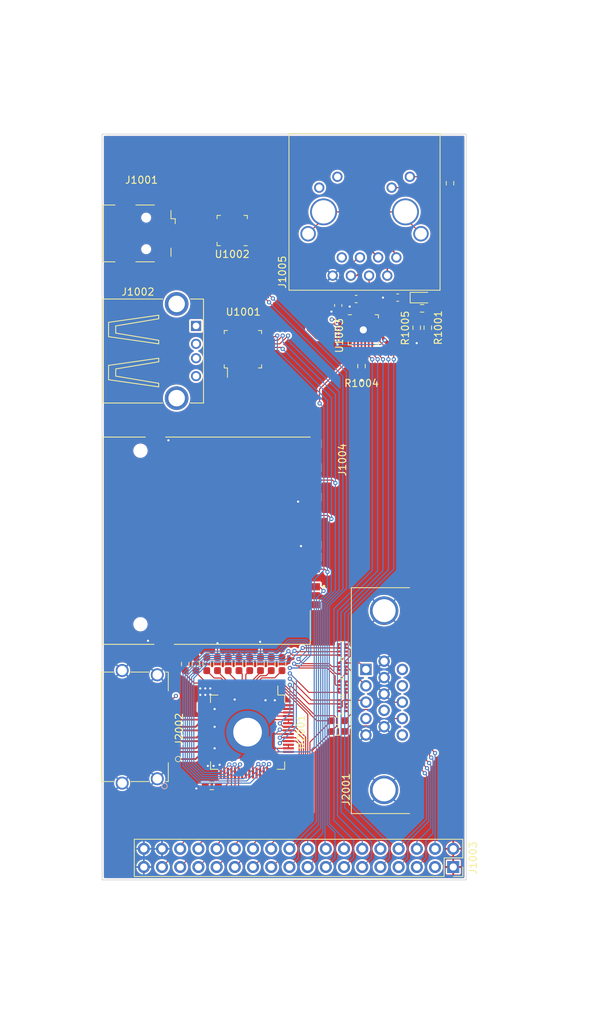
<source format=kicad_pcb>
(kicad_pcb (version 20211014) (generator pcbnew)
  (layers (0 "F.Cu" signal) (31 "B.Cu" signal) (34 "B.Paste" user) (35 "F.Paste" user) (36 "B.SilkS" user "B.Silkscreen") (37 "F.SilkS" user "F.Silkscreen") (38 "B.Mask" user) (39 "F.Mask" user) (44 "Edge.Cuts" user))
  (net 0 "")
  (net 1 "GND")
  (net 6 "/SPI_SD_CS")
  (net 7 "/SPI_MOSI")
  (net 8 "+3V3")
  (net 9 "/SPI_CLK")
  (net 10 "/SPI_MISO")
  (net 11 "/video/VGA_RED")
  (net 12 "/video/VGA_GREEN")
  (net 13 "/video/VGA_BLUE")
  (net 18 "Net-(J2001-Pad13)")
  (net 19 "Net-(J2001-Pad14)")
  (net 21 "Net-(J2002-Pad1)")
  (net 22 "Net-(J2002-Pad3)")
  (net 23 "Net-(J2002-Pad4)")
  (net 24 "Net-(J2002-Pad6)")
  (net 25 "Net-(J2002-Pad7)")
  (net 26 "Net-(J2002-Pad9)")
  (net 27 "Net-(J2002-Pad10)")
  (net 28 "Net-(J2002-Pad12)")
  (net 33 "+5V")
  (net 35 "Net-(R2001-Pad1)")
  (net 36 "Net-(R2004-Pad2)")
  (net 37 "Net-(R2005-Pad2)")
  (net 38 "Net-(R2006-Pad2)")
  (net 39 "Net-(R2007-Pad2)")
  (net 40 "Net-(R2008-Pad2)")
  (net 41 "Net-(R2009-Pad2)")
  (net 42 "Net-(R2010-Pad2)")
  (net 43 "Net-(R2011-Pad2)")
  (net 44 "Net-(R2012-Pad2)")
  (net 45 "Net-(R2013-Pad2)")
  (net 60 "/SPI_USB_CS")
  (net 78 "Net-(U1002-Pad2)")
  (net 96 "/UART_TX")
  (net 97 "/UART_RX")
  (net 101 "+1V2")
  (net 103 "/~{PHY_RST}")
  (net 105 "/SPI_CS_3")
  (net 107 "Net-(C1001-Pad2)")
  (net 108 "Net-(C1002-Pad2)")
  (net 109 "Net-(U1003-Pad23)")
  (net 110 "Net-(U1003-Pad9)")
  (net 121 "unconnected-(J1005-PadSH)")
  (net 124 "Net-(J1005-Pad9)")
  (net 126 "Net-(RN2001-Pad5)")
  (net 128 "Net-(RN2003-Pad7)")
  (net 129 "Net-(RN2004-Pad6)")
  (net 130 "/VGA_RED_2")
  (net 131 "/VGA_RED_1")
  (net 132 "/VGA_RED_0")
  (net 133 "/VGA_GREEN_2")
  (net 134 "/VGA_GREEN_1")
  (net 135 "/VGA_GREEN_0")
  (net 136 "/VGA_BLUE_2")
  (net 137 "/VGA_BLUE_1")
  (net 138 "/DVI_CLK")
  (net 139 "/VGA_BLUE_0")
  (net 140 "/DVI_DE")
  (net 141 "/VGA_HS")
  (net 142 "/VGA_VS")
  (net 143 "/MDIO")
  (net 144 "/MDCLK")
  (net 145 "/RMII_RXD1")
  (net 146 "/RMII_RXD0")
  (net 147 "/RMII_CRS_DV")
  (net 148 "/RMII_CLK_REF")
  (net 149 "/RMII_RX_ERR")
  (net 150 "/RMII_TX_EN")
  (net 151 "/RMII_TXD0")
  (net 152 "/RMII_TXD1")
  (net 153 "/TX+")
  (net 154 "/TX-")
  (net 155 "/RX+")
  (net 156 "/RX-")
  (footprint "Resistor_SMD:R_0603_1608Metric_Pad0.98x0.95mm_HandSolder" (layer "F.Cu") (at 206.45 74.5 90)
    (fp_text reference "R1001")
    (fp_text value "4k7")
  )
  (footprint "Resistor_SMD:R_0603_1608Metric_Pad0.98x0.95mm_HandSolder" (layer "F.Cu") (at 184.6 121.4 -90)
    (fp_text reference "R2010" hide)
    (fp_text value "10k")
  )
  (footprint "Connector_Card:AMPHENOL_10067847-001RLF" (layer "F.Cu") (at 166.35 103.75 -90)
    (fp_text reference "J1004")
    (fp_text value "10067847-001RLF")
  )
  (footprint "Package_DFN_QFN:QFN-24-1EP_4x4mm_P0.5mm_EP2.6x2.6mm" (layer "F.Cu") (at 197.45 74.8)
    (fp_text reference "U1003")
    (fp_text value "KSZ8081RNA")
  )
  (footprint "Resistor_SMD:R_0603_1608Metric_Pad0.98x0.95mm_HandSolder" (layer "F.Cu") (at 174.1 121.4 -90)
    (fp_text reference "R2012" hide)
    (fp_text value "10k")
  )
  (footprint "Resistor_SMD:R_0603_1608Metric_Pad0.98x0.95mm_HandSolder" (layer "F.Cu") (at 193.9 129.3)
    (fp_text reference "R2002" hide)
    (fp_text value "120")
  )
  (footprint "Resistor_SMD:R_0603_1608Metric_Pad0.98x0.95mm_HandSolder" (layer "F.Cu") (at 175.6 121.4 -90)
    (fp_text reference "R2013" hide)
    (fp_text value "10k")
  )
  (footprint "Resistor_SMD:R_Array_Concave_4x0402" (layer "F.Cu") (at 194.5 122)
    (fp_text reference "RN2002" hide)
    (fp_text value "1k")
  )
  (footprint "Package_QFP:HTQFP-64-1EP_10x10mm_P0.5mm_EP8x8mm_Mask4.4x4.4mm_ThermalVias" (layer "F.Cu") (at 181.3 130.9 -90)
    (fp_text reference "U2001")
    (fp_text value "TFP410PAP")
  )
  (footprint "Resistor_SMD:R_0603_1608Metric_Pad0.98x0.95mm_HandSolder" (layer "F.Cu") (at 180.1 121.4 -90)
    (fp_text reference "R2007" hide)
    (fp_text value "10k")
  )
  (footprint "Resistor_SMD:R_0603_1608Metric_Pad0.98x0.95mm_HandSolder" (layer "F.Cu") (at 178.6 121.4 -90)
    (fp_text reference "R2006" hide)
    (fp_text value "10k")
  )
  (footprint "Resistor_SMD:R_0603_1608Metric_Pad0.98x0.95mm_HandSolder" (layer "F.Cu") (at 205.65 71.8 180)
    (fp_text reference "R1002" hide)
    (fp_text value "10k")
  )
  (footprint "Resistor_SMD:R_Array_Concave_4x0402" (layer "F.Cu") (at 194.5 127.2)
    (fp_text reference "RN2004" hide)
    (fp_text value "1k")
  )
  (footprint "Connector_Dsub:ICD15S13E4GX00LF" (layer "F.Cu") (at 200.3545 138.946 90)
    (fp_text reference "J2001")
    (fp_text value "VGA")
  )
  (footprint "Capacitor_SMD:C_0603_1608Metric_Pad1.08x0.95mm_HandSolder" (layer "F.Cu") (at 202.25 70.3 180)
    (fp_text reference "C1003" hide)
    (fp_text value "10u")
  )
  (footprint "Resistor_SMD:R_0603_1608Metric_Pad0.98x0.95mm_HandSolder" (layer "F.Cu") (at 186.1 121.4 -90)
    (fp_text reference "R2011" hide)
    (fp_text value "10k")
  )
  (footprint "Diode_SMD:D_0603_1608Metric_Pad1.05x0.95mm_HandSolder" (layer "F.Cu") (at 205.65 70.3)
    (fp_text reference "D1001" hide)
    (fp_text value "1N4148")
  )
  (footprint "Connector_HDMI:10029449-111RLF" (layer "F.Cu") (at 169.7 134.65 -90)
    (fp_text reference "J2002")
    (fp_text value "HDMI_A" hide)
  )
  (footprint "Resistor_SMD:R_0603_1608Metric_Pad0.98x0.95mm_HandSolder" (layer "F.Cu") (at 181.6 121.4 -90)
    (fp_text reference "R2004" hide)
    (fp_text value "10k")
  )
  (footprint "Resistor_SMD:R_0603_1608Metric_Pad0.98x0.95mm_HandSolder" (layer "F.Cu") (at 209.55 54.35 90)
    (fp_text reference "R1003" hide)
    (fp_text value "220")
  )
  (footprint "Package_DFN_QFN:QFN-24-1EP_4x4mm_P0.5mm_EP2.6x2.6mm" (layer "F.Cu") (at 179.15 60.95 180)
    (fp_text reference "U1002")
    (fp_text value "CP2102N-Axx-xQFN24")
  )
  (footprint "Package_QFP:LQFP-32_5x5mm_P0.5mm" (layer "F.Cu") (at 180.65 77.5 90)
    (fp_text reference "U1001")
    (fp_text value "MAX3421E")
  )
  (footprint "Resistor_SMD:R_0603_1608Metric_Pad0.98x0.95mm_HandSolder" (layer "F.Cu") (at 172.6 121.4 90)
    (fp_text reference "R2001" hide)
    (fp_text value "500")
  )
  (footprint "Connector_USB:USB_Mini-B_Wuerth_65100516121_Horizontal" (layer "F.Cu") (at 167.15 61.35 -90)
    (fp_text reference "J1001")
    (fp_text value "USB_B_Mini")
  )
  (footprint "Connector_USB:FCI_87520-0010BLF" (layer "F.Cu") (at 171.4 77.75 -90)
    (fp_text reference "J1002")
    (fp_text value "USB_A")
  )
  (footprint "Resistor_SMD:R_Array_Concave_4x0402" (layer "F.Cu") (at 194.5 119.4)
    (fp_text reference "RN2001" hide)
    (fp_text value "1k")
  )
  (footprint "Resistor_SMD:R_0603_1608Metric_Pad0.98x0.95mm_HandSolder" (layer "F.Cu") (at 176.3 138.4)
    (fp_text reference "R2005" hide)
    (fp_text value "10k")
  )
  (footprint "Resistor_SMD:R_0603_1608Metric_Pad0.98x0.95mm_HandSolder" (layer "F.Cu") (at 193.9 130.8)
    (fp_text reference "R2003" hide)
    (fp_text value "120")
  )
  (footprint "Capacitor_SMD:C_0603_1608Metric_Pad1.08x0.95mm_HandSolder" (layer "F.Cu") (at 193.95 71.4 90)
    (fp_text reference "C1001" hide)
    (fp_text value "0.1u")
  )
  (footprint "Connector_RJ:JX0011D21NL" (layer "F.Cu") (at 202.065 64.6955)
    (fp_text reference "J1005")
    (fp_text value "JX0011D21NL" hide)
  )
  (footprint "Resistor_SMD:R_0603_1608Metric_Pad0.98x0.95mm_HandSolder" (layer "F.Cu") (at 177.1 121.4 -90)
    (fp_text reference "R2008" hide)
    (fp_text value "10k")
  )
  (footprint "Resistor_SMD:R_0603_1608Metric_Pad0.98x0.95mm_HandSolder" (layer "F.Cu") (at 197.2 79.85 -90)
    (fp_text reference "R1004")
    (fp_text value "6.49k 1%")
  )
  (footprint "Resistor_SMD:R_0603_1608Metric_Pad0.98x0.95mm_HandSolder" (layer "F.Cu") (at 204.9 74.5 -90)
    (fp_text reference "R1005")
    (fp_text value "1k")
  )
  (footprint "Resistor_SMD:R_Array_Concave_4x0402" (layer "F.Cu") (at 194.5 124.6)
    (fp_text reference "RN2003" hide)
    (fp_text value "1k")
  )
  (footprint "Resistor_SMD:R_0603_1608Metric_Pad0.98x0.95mm_HandSolder" (layer "F.Cu") (at 183.1 121.4 -90)
    (fp_text reference "R2009" hide)
    (fp_text value "10k")
  )
  (footprint "Connector_PinSocket_2.54mm:PinSocket_2x18_P2.54mm_Vertical" (layer "F.Cu") (at 210 149.7 -90)
    (fp_text reference "J1003")
    (fp_text value "Conn_02x18_Odd_Even")
  )
  (footprint "Capacitor_SMD:C_0603_1608Metric_Pad1.08x0.95mm_HandSolder" (layer "F.Cu") (at 196.45 70.5)
    (fp_text reference "C1002" hide)
    (fp_text value "0.1u")
  )
  (gr_rect (start 161 151.5) (end 211.8 47.5) (layer "Edge.Cuts") (width 0.1) (fill none))
  (segment (start 197.2 72.8625) (end 197.2 74.55) (width 0.15) (layer "F.Cu") (net 1))
  (segment (start 174.5 138.4) (end 174.15 138.75) (width 0.15) (layer "F.Cu") (net 1))
  (segment (start 183.1 120.4875) (end 186.1 120.4875) (width 0.15) (layer "F.Cu") (net 1))
  (segment (start 195.5875 70.5) (end 195.5875 71.5125) (width 0.15) (layer "F.Cu") (net 1))
  (segment (start 204.9 75.4125) (end 204.9 76.65) (width 0.15) (layer "F.Cu") (net 1))
  (segment (start 169.6 118.2) (end 167.45 118.2) (width 0.15) (layer "F.Cu") (net 1))
  (segment (start 183.1 120.4875) (end 183.1 118.35) (width 0.15) (layer "F.Cu") (net 1))
  (segment (start 184.55 136.6) (end 185.05 136.6) (width 0.15) (layer "F.Cu") (net 1))
  (segment (start 168.4 90.2) (end 170.25 90.2) (width 0.15) (layer "F.Cu") (net 1))
  (segment (start 188.825 104.875) (end 188.75 104.95) (width 0.15) (layer "F.Cu") (net 1))
  (segment (start 187 129.65) (end 187 129.15) (width 0.15) (layer "F.Cu") (net 1))
  (segment (start 195.5875 71.5125) (end 195.55 71.55) (width 0.15) (layer "F.Cu") (net 1))
  (segment (start 187 127.15) (end 185.05 127.15) (width 0.15) (layer "F.Cu") (net 1))
  (segment (start 187 127.65) (end 185.05 127.65) (width 0.15) (layer "F.Cu") (net 1))
  (segment (start 175.6 120.4875) (end 177.1 120.4875) (width 0.15) (layer "F.Cu") (net 1))
  (segment (start 176.699998 128.65) (end 176.7 128.649998) (width 0.15) (layer "F.Cu") (net 1))
  (segment (start 190.6 104.875) (end 188.825 104.875) (width 0.15) (layer "F.Cu") (net 1))
  (segment (start 182.55 136.6) (end 182.05 136.6) (width 0.15) (layer "F.Cu") (net 1))
  (segment (start 175.6 134.65) (end 177.55 134.65) (width 0.15) (layer "F.Cu") (net 1))
  (segment (start 181.55 136.6) (end 181.55 134.65) (width 0.15) (layer "F.Cu") (net 1))
  (segment (start 197.2 80.7625) (end 197.2 81.9) (width 0.15) (layer "F.Cu") (net 1))
  (segment (start 187 132.65) (end 187 133.15) (width 0.15) (layer "F.Cu") (net 1))
  (segment (start 188.925 98.175) (end 188.35 98.75) (width 0.15) (layer "F.Cu") (net 1))
  (segment (start 175.6 127.15) (end 177.55 127.15) (width 0.15) (layer "F.Cu") (net 1))
  (segment (start 177.55 125.2) (end 177.55 127.15) (width 0.15) (layer "F.Cu") (net 1))
  (segment (start 177.1 120.4875) (end 177.1 118.5) (width 0.15) (layer "F.Cu") (net 1))
  (segment (start 178.05 136.6) (end 178.05 134.65) (width 0.15) (layer "F.Cu") (net 1))
  (segment (start 187 129.15) (end 185.05 129.15) (width 0.15) (layer "F.Cu") (net 1))
  (segment (start 201.3875 70.3) (end 200.2 70.3) (width 0.15) (layer "F.Cu") (net 1))
  (segment (start 197.2 74.55) (end 197.45 74.8) (width 0.15) (layer "F.Cu") (net 1))
  (segment (start 175.6 128.65) (end 176.699998 128.65) (width 0.15) (layer "F.Cu") (net 1))
  (segment (start 181.05 136.6) (end 181.05 134.65) (width 0.15) (layer "F.Cu") (net 1))
  (segment (start 175.6 131.65) (end 177.55 131.65) (width 0.15) (layer "F.Cu") (net 1))
  (segment (start 187 133.15) (end 185.05 133.15) (width 0.15) (layer "F.Cu") (net 1))
  (segment (start 185.05 136.6) (end 185.05 134.65) (width 0.15) (layer "F.Cu") (net 1))
  (segment (start 185.05 127.15) (end 181.3 130.9) (width 0.15) (layer "F.Cu") (net 1))
  (segment (start 167.45 118.2) (end 167.4 118.15) (width 0.15) (layer "F.Cu") (net 1))
  (segment (start 190.6 98.175) (end 188.925 98.175) (width 0.15) (layer "F.Cu") (net 1))
  (segment (start 183.1 118.35) (end 183.05 118.3) (width 0.15) (layer "F.Cu") (net 1))
  (segment (start 187 131.15) (end 185.05 131.15) (width 0.15) (layer "F.Cu") (net 1))
  (segment (start 185.05 134.15) (end 187 134.15) (width 0.15) (layer "F.Cu") (net 1))
  (segment (start 182.05 136.6) (end 182.05 134.65) (width 0.15) (layer "F.Cu") (net 1))
  (segment (start 193.95 72.2625) (end 193.0125 72.2625) (width 0.15) (layer "F.Cu") (net 1))
  (segment (start 187 128.65) (end 185.05 128.65) (width 0.15) (layer "F.Cu") (net 1))
  (segment (start 193.0125 72.2625) (end 193 72.25) (width 0.15) (layer "F.Cu") (net 1))
  (segment (start 187 133.65) (end 185.05 133.65) (width 0.15) (layer "F.Cu") (net 1))
  (segment (start 176.7 128.649998) (end 180.049998 128.649998) (width 0.15) (layer "F.Cu") (net 1))
  (segment (start 180.55 136.6) (end 181.05 136.6) (width 0.15) (layer "F.Cu") (net 1))
  (segment (start 187 128.15) (end 185.05 128.15) (width 0.15) (layer "F.Cu") (net 1))
  (segment (start 175.3875 138.4) (end 174.5 138.4) (width 0.15) (layer "F.Cu") (net 1))
  (via (at 188.75 104.95) (size 0.6) (drill 0.3) (layers "F.Cu" "B.Cu") (net 1))
  (via (at 183.05 118.3) (size 0.6) (drill 0.3) (layers "F.Cu" "B.Cu") (net 1))
  (via (at 193 72.25) (size 0.6) (drill 0.3) (layers "F.Cu" "B.Cu") (net 1))
  (via (at 197.2 81.9) (size 0.6) (drill 0.3) (layers "F.Cu" "B.Cu") (net 1))
  (via (at 177.1 118.5) (size 0.6) (drill 0.3) (layers "F.Cu" "B.Cu") (net 1))
  (via (at 195.55 71.55) (size 0.6) (drill 0.3) (layers "F.Cu" "B.Cu") (net 1))
  (via (at 167.4 118.15) (size 0.6) (drill 0.3) (layers "F.Cu" "B.Cu") (net 1))
  (via (at 174.15 138.75) (size 0.6) (drill 0.3) (layers "F.Cu" "B.Cu") (net 1))
  (via (at 197.45 74.8) (size 2) (drill 1) (layers "F.Cu" "B.Cu") (net 1))
  (via (at 204.9 76.65) (size 0.6) (drill 0.3) (layers "F.Cu" "B.Cu") (net 1))
  (via (at 200.2 70.3) (size 0.6) (drill 0.3) (layers "F.Cu" "B.Cu") (net 1))
  (via (at 188.35 98.75) (size 0.6) (drill 0.3) (layers "F.Cu" "B.Cu") (net 1))
  (via (at 170.25 90.2) (size 0.6) (drill 0.3) (layers "F.Cu" "B.Cu") (net 1))
  (segment (start 191.375 110.675) (end 191.9 111.2) (width 0.15) (layer "F.Cu") (net 6))
  (segment (start 190.6 110.675) (end 191.375 110.675) (width 0.15) (layer "F.Cu") (net 6))
  (via (at 191.9 111.2) (size 0.6) (drill 0.3) (layers "F.Cu" "B.Cu") (net 6))
  (segment (start 187.14 147.16) (end 190.9 143.4) (width 0.15) (layer "B.Cu") (net 6))
  (segment (start 190.9 143.4) (end 190.9 112.2) (width 0.15) (layer "B.Cu") (net 6))
  (segment (start 190.9 112.2) (end 191.9 111.2) (width 0.15) (layer "B.Cu") (net 6))
  (segment (start 185.3 75.75) (end 183.825 75.75) (width 0.15) (layer "F.Cu") (net 7))
  (segment (start 185.45 75.6) (end 185.3 75.75) (width 0.15) (layer "F.Cu") (net 7))
  (segment (start 192.45 108.55) (end 192.075 108.175) (width 0.15) (layer "F.Cu") (net 7))
  (segment (start 192.075 108.175) (end 190.6 108.175) (width 0.15) (layer "F.Cu") (net 7))
  (via (at 192.45 108.55) (size 0.6) (drill 0.3) (layers "F.Cu" "B.Cu") (net 7))
  (via (at 185.45 75.6) (size 0.6) (drill 0.3) (layers "F.Cu" "B.Cu") (net 7))
  (segment (start 191.2 143.8) (end 188.4 146.6) (width 0.15) (layer "B.Cu") (net 7))
  (segment (start 185.45 77.65) (end 185.45 75.6) (width 0.15) (layer "B.Cu") (net 7))
  (segment (start 191.2 112.642463) (end 191.2 143.8) (width 0.15) (layer "B.Cu") (net 7))
  (segment (start 188.4 146.6) (end 188.4 148.44) (width 0.15) (layer "B.Cu") (net 7))
  (segment (start 192.425 111.417463) (end 191.2 112.642463) (width 0.15) (layer "B.Cu") (net 7))
  (segment (start 192.45 108.55) (end 192.45 84.65) (width 0.15) (layer "B.Cu") (net 7))
  (segment (start 185.55 77.75) (end 185.45 77.65) (width 0.15) (layer "B.Cu") (net 7))
  (segment (start 192.425 108.575) (end 192.425 111.417463) (width 0.15) (layer "B.Cu") (net 7))
  (segment (start 192.45 108.55) (end 192.425 108.575) (width 0.15) (layer "B.Cu") (net 7))
  (segment (start 192.45 84.65) (end 185.55 77.75) (width 0.15) (layer "B.Cu") (net 7))
  (segment (start 188.4 148.44) (end 187.14 149.7) (width 0.15) (layer "B.Cu") (net 7))
  (segment (start 176.6755 127.65) (end 176.7 127.6745) (width 0.15) (layer "F.Cu") (net 8))
  (segment (start 185.05 126.399998) (end 185.05 125.2) (width 0.15) (layer "F.Cu") (net 8))
  (segment (start 199.75 75.55) (end 200.45 76.25) (width 0.15) (layer "F.Cu") (net 8))
  (segment (start 176.699998 133.15) (end 176.7 133.149998) (width 0.15) (layer "F.Cu") (net 8))
  (segment (start 185.1 126.449998) (end 185.05 126.399998) (width 0.15) (layer "F.Cu") (net 8))
  (segment (start 175.6 133.15) (end 176.699998 133.15) (width 0.15) (layer "F.Cu") (net 8))
  (segment (start 175.6 127.65) (end 176.6755 127.65) (width 0.15) (layer "F.Cu") (net 8))
  (segment (start 177.55 135.599998) (end 177.4 135.449998) (width 0.15) (layer "F.Cu") (net 8))
  (segment (start 179.55 126.299998) (end 179.5 126.349998) (width 0.15) (layer "F.Cu") (net 8))
  (segment (start 199.3875 75.55) (end 199.75 75.55) (width 0.15) (layer "F.Cu") (net 8))
  (segment (start 193.8 74) (end 193.85 74.05) (width 0.15) (layer "F.Cu") (net 8))
  (segment (start 193.85 74.05) (end 195.5125 74.05) (width 0.15) (layer "F.Cu") (net 8))
  (segment (start 177.55 136.6) (end 177.55 135.599998) (width 0.15) (layer "F.Cu") (net 8))
  (segment (start 184.05 126.199998) (end 183.8 126.449998) (width 0.15) (layer "F.Cu") (net 8))
  (segment (start 176.700002 130.15) (end 175.6 130.15) (width 0.15) (layer "F.Cu") (net 8))
  (segment (start 184.05 125.2) (end 184.05 126.199998) (width 0.15) (layer "F.Cu") (net 8))
  (segment (start 179.55 125.2) (end 179.55 126.299998) (width 0.15) (layer "F.Cu") (net 8))
  (via (at 174.7 124.8) (size 0.6) (drill 0.3) (layers "F.Cu" "B.Cu") (net 8))
  (via (at 176.1 124.8) (size 0.6) (drill 0.3) (layers "F.Cu" "B.Cu") (net 8))
  (via (at 179.5 126.349998) (size 0.6) (drill 0.3) (layers "F.Cu" "B.Cu") (net 8))
  (via (at 193.85 76.85) (size 0.6) (drill 0.3) (layers "F.Cu" "B.Cu") (net 8))
  (via (at 176.7 127.6745) (size 0.6) (drill 0.3) (layers "F.Cu" "B.Cu") (net 8))
  (via (at 175.75 135.6) (size 0.6) (drill 0.3) (layers "F.Cu" "B.Cu") (net 8))
  (via (at 176.7 133.149998) (size 0.6) (drill 0.3) (layers "F.Cu" "B.Cu") (net 8))
  (via (at 200.45 76.25) (size 0.6) (drill 0.3) (layers "F.Cu" "B.Cu") (net 8))
  (via (at 193.8 74) (size 0.6) (drill 0.3) (layers "F.Cu" "B.Cu") (net 8))
  (via (at 176.55 135.6) (size 0.6) (drill 0.3) (layers "F.Cu" "B.Cu") (net 8))
  (via (at 174.7 125.7) (size 0.6) (drill 0.3) (layers "F.Cu" "B.Cu") (net 8))
  (via (at 185.1 126.449998) (size 0.6) (drill 0.3) (layers "F.Cu" "B.Cu") (net 8))
  (via (at 175.4 125.7) (size 0.6) (drill 0.3) (layers "F.Cu" "B.Cu") (net 8))
  (via (at 177.4 135.449998) (size 0.6) (drill 0.3) (layers "F.Cu" "B.Cu") (net 8))
  (via (at 183.8 126.449998) (size 0.6) (drill 0.3) (layers "F.Cu" "B.Cu") (net 8))
  (via (at 176.1 125.65) (size 0.6) (drill 0.3) (layers "F.Cu" "B.Cu") (net 8))
  (via (at 176.700002 130.15) (size 0.6) (drill 0.3) (layers "F.Cu" "B.Cu") (net 8))
  (via (at 175.4 124.8) (size 0.6) (drill 0.3) (layers "F.Cu" "B.Cu") (net 8))
  (segment (start 193.8 76.8) (end 193.85 76.85) (width 0.15) (layer "B.Cu") (net 8))
  (segment (start 200.45 76.25) (end 199.85 76.85) (width 0.15) (layer "B.Cu") (net 8))
  (segment (start 193.8 74) (end 193.8 76.8) (width 0.15) (layer "B.Cu") (net 8))
  (segment (start 199.85 76.85) (end 193.85 76.85) (width 0.15) (layer "B.Cu") (net 8))
  (segment (start 193 101.15) (end 192.525 100.675) (width 0.15) (layer "F.Cu") (net 9))
  (segment (start 192.525 100.675) (end 190.6 100.675) (width 0.15) (layer "F.Cu") (net 9))
  (segment (start 186 77.25) (end 183.825 77.25) (width 0.15) (layer "F.Cu") (net 9))
  (segment (start 186.2 77.45) (end 186 77.25) (width 0.15) (layer "F.Cu") (net 9))
  (via (at 186.2 77.45) (size 0.6) (drill 0.3) (layers "F.Cu" "B.Cu") (net 9))
  (via (at 193 101.15) (size 0.6) (drill 0.3) (layers "F.Cu" "B.Cu") (net 9))
  (segment (start 193 84.25) (end 193 101.15) (width 0.15) (layer "B.Cu") (net 9))
  (segment (start 191.5 112.766727) (end 191.5 144.3) (width 0.15) (layer "B.Cu") (net 9))
  (segment (start 192.975 111.291727) (end 191.5 112.766727) (width 0.15) (layer "B.Cu") (net 9))
  (segment (start 193 101.15) (end 192.75 101.4) (width 0.15) (layer "B.Cu") (net 9))
  (segment (start 186.2 77.45) (end 193 84.25) (width 0.15) (layer "B.Cu") (net 9))
  (segment (start 189.68 146.12) (end 189.68 147.16) (width 0.15) (layer "B.Cu") (net 9))
  (segment (start 192.975 108.332537) (end 192.975 111.291727) (width 0.15) (layer "B.Cu") (net 9))
  (segment (start 192.75 108.107537) (end 192.975 108.332537) (width 0.15) (layer "B.Cu") (net 9))
  (segment (start 191.5 144.3) (end 189.68 146.12) (width 0.15) (layer "B.Cu") (net 9))
  (segment (start 192.75 101.4) (end 192.75 108.107537) (width 0.15) (layer "B.Cu") (net 9))
  (segment (start 186.192463 75.6) (end 185.542463 76.25) (width 0.15) (layer "F.Cu") (net 10))
  (segment (start 185.542463 76.25) (end 183.825 76.25) (width 0.15) (layer "F.Cu") (net 10))
  (segment (start 193.15 95.75) (end 190.6 95.75) (width 0.15) (layer "F.Cu") (net 10))
  (segment (start 186.199503 75.6) (end 186.192463 75.6) (width 0.15) (layer "F.Cu") (net 10))
  (segment (start 193.55 96.15) (end 193.15 95.75) (width 0.15) (layer "F.Cu") (net 10))
  (via (at 186.199503 75.6) (size 0.6) (drill 0.3) (layers "F.Cu" "B.Cu") (net 10))
  (via (at 193.55 96.15) (size 0.6) (drill 0.3) (layers "F.Cu" "B.Cu") (net 10))
  (segment (start 186.199503 75.6) (end 186.199503 76.449503) (width 0.15) (layer "B.Cu") (net 10))
  (segment (start 191.8 144.95) (end 190.8 145.95) (width 0.15) (layer "B.Cu") (net 10))
  (segment (start 193.55 111.140991) (end 191.8 112.890991) (width 0.15) (layer "B.Cu") (net 10))
  (segment (start 190.8 145.95) (end 190.8 148.58) (width 0.15) (layer "B.Cu") (net 10))
  (segment (start 193.55 83.8) (end 193.55 96.15) (width 0.15) (layer "B.Cu") (net 10))
  (segment (start 193.55 96.15) (end 193.55 111.140991) (width 0.15) (layer "B.Cu") (net 10))
  (segment (start 191.8 112.890991) (end 191.8 144.95) (width 0.15) (layer "B.Cu") (net 10))
  (segment (start 190.8 148.58) (end 189.68 149.7) (width 0.15) (layer "B.Cu") (net 10))
  (segment (start 186.199503 76.449503) (end 193.55 83.8) (width 0.15) (layer "B.Cu") (net 10))
  (segment (start 197.8145 122.146) (end 196.9185 121.25) (width 0.15) (layer "F.Cu") (net 11))
  (segment (start 195 121.25) (end 195 120.935) (width 0.15) (layer "F.Cu") (net 11))
  (segment (start 196.9185 121.25) (end 195 121.25) (width 0.15) (layer "F.Cu") (net 11))
  (segment (start 195.6 120.335) (end 195.6 119.39) (width 0.15) (layer "F.Cu") (net 11))
  (segment (start 195 118.65) (end 195 119.15) (width 0.15) (layer "F.Cu") (net 11))
  (segment (start 195.6 119.39) (end 195.36 119.15) (width 0.15) (layer "F.Cu") (net 11))
  (segment (start 195 120.935) (end 195.6 120.335) (width 0.15) (layer "F.Cu") (net 11))
  (segment (start 195.36 119.15) (end 195 119.15) (width 0.15) (layer "F.Cu") (net 11))
  (segment (start 194 123.75) (end 195 122.75) (width 0.15) (layer "F.Cu") (net 12))
  (segment (start 195 121.75) (end 195.1335 121.75) (width 0.15) (layer "F.Cu") (net 12))
  (segment (start 195 122.75) (end 195 121.75) (width 0.15) (layer "F.Cu") (net 12))
  (segment (start 194 123.85) (end 194 123.75) (width 0.15) (layer "F.Cu") (net 12))
  (segment (start 195.1335 121.75) (end 197.8145 124.431) (width 0.15) (layer "F.Cu") (net 12))
  (segment (start 194.525 126.575) (end 194.65 126.45) (width 0.15) (layer "F.Cu") (net 13))
  (segment (start 194 127.45) (end 194.4 127.45) (width 0.15) (layer "F.Cu") (net 13))
  (segment (start 194.65 126.45) (end 195 126.45) (width 0.15) (layer "F.Cu") (net 13))
  (segment (start 194.4 127.45) (end 194.525 127.325) (width 0.15) (layer "F.Cu") (net 13))
  (segment (start 197.8145 126.716) (end 197.5485 126.45) (width 0.15) (layer "F.Cu") (net 13))
  (segment (start 194.525 127.325) (end 194.525 126.575) (width 0.15) (layer "F.Cu") (net 13))
  (segment (start 195 124.85) (end 195 126.45) (width 0.15) (layer "F.Cu") (net 13))
  (segment (start 197.5485 126.45) (end 195 126.45) (width 0.15) (layer "F.Cu") (net 13))
  (segment (start 199.984 126.716) (end 202.8945 126.716) (width 0.15) (layer "F.Cu") (net 18))
  (segment (start 196.3715 127.741) (end 198.959 127.741) (width 0.15) (layer "F.Cu") (net 18))
  (segment (start 194.8125 129.3) (end 196.3715 127.741) (width 0.15) (layer "F.Cu") (net 18))
  (segment (start 198.959 127.741) (end 199.984 126.716) (width 0.15) (layer "F.Cu") (net 18))
  (segment (start 195.5865 130.026) (end 199.022431 130.026) (width 0.15) (layer "F.Cu") (net 19))
  (segment (start 199.022431 130.026) (end 200.047431 129.001) (width 0.15) (layer "F.Cu") (net 19))
  (segment (start 200.047431 129.001) (end 202.8945 129.001) (width 0.15) (layer "F.Cu") (net 19))
  (segment (start 194.8125 130.8) (end 195.5865 130.026) (width 0.15) (layer "F.Cu") (net 19))
  (segment (start 174.55 134.15) (end 175.6 134.15) (width 0.25) (layer "F.Cu") (net 21))
  (segment (start 169.7 134.65) (end 174.05 134.65) (width 0.25) (layer "F.Cu") (net 21))
  (segment (start 174.05 134.65) (end 174.55 134.15) (width 0.25) (layer "F.Cu") (net 21))
  (segment (start 169.7 133.649999) (end 175.6 133.65) (width 0.25) (layer "F.Cu") (net 22))
  (segment (start 174.6 132.65) (end 175.6 132.65) (width 0.25) (layer "F.Cu") (net 23))
  (segment (start 174.100002 133.149998) (end 174.6 132.65) (width 0.25) (layer "F.Cu") (net 23))
  (segment (start 169.7 133.149998) (end 174.100002 133.149998) (width 0.25) (layer "F.Cu") (net 23))
  (segment (start 169.7 132.15) (end 175.6 132.15) (width 0.25) (layer "F.Cu") (net 24))
  (segment (start 174.200002 131.649998) (end 174.7 131.15) (width 0.25) (layer "F.Cu") (net 25))
  (segment (start 169.7 131.649998) (end 174.200002 131.649998) (width 0.25) (layer "F.Cu") (net 25))
  (segment (start 174.7 131.15) (end 175.6 131.15) (width 0.25) (layer "F.Cu") (net 25))
  (segment (start 175.599998 130.649998) (end 175.6 130.65) (width 0.25) (layer "F.Cu") (net 26))
  (segment (start 169.7 130.649998) (end 175.599998 130.649998) (width 0.25) (layer "F.Cu") (net 26))
  (segment (start 174.55 129.65) (end 175.6 129.65) (width 0.25) (layer "F.Cu") (net 27))
  (segment (start 174.050001 130.149999) (end 174.55 129.65) (width 0.25) (layer "F.Cu") (net 27))
  (segment (start 169.7 130.149999) (end 174.050001 130.149999) (width 0.25) (layer "F.Cu") (net 27))
  (segment (start 169.7 129.149998) (end 175.599998 129.149998) (width 0.25) (layer "F.Cu") (net 28))
  (segment (start 175.599998 129.149998) (end 175.6 129.15) (width 0.25) (layer "F.Cu") (net 28))
  (segment (start 169.7 126.149999) (end 170.999999 126.149999) (width 0.15) (layer "F.Cu") (net 33))
  (segment (start 170.999999 126.149999) (end 171.3 125.849998) (width 0.15) (layer "F.Cu") (net 33))
  (via (at 171.3 125.849998) (size 0.6) (drill 0.3) (layers "F.Cu" "B.Cu") (net 33))
  (segment (start 174.5 126.9) (end 174.5 127.9) (width 0.15) (layer "F.Cu") (net 35))
  (segment (start 176.9 124.7) (end 176.9 125.95) (width 0.15) (layer "F.Cu") (net 35))
  (segment (start 173.85 124.05) (end 176.25 124.05) (width 0.15) (layer "F.Cu") (net 35))
  (segment (start 174.75 128.15) (end 175.6 128.15) (width 0.15) (layer "F.Cu") (net 35))
  (segment (start 174.85 126.55) (end 174.5 126.9) (width 0.15) (layer "F.Cu") (net 35))
  (segment (start 172.6 122.8) (end 173.85 124.05) (width 0.15) (layer "F.Cu") (net 35))
  (segment (start 176.3 126.55) (end 174.85 126.55) (width 0.15) (layer "F.Cu") (net 35))
  (segment (start 176.25 124.05) (end 176.9 124.7) (width 0.15) (layer "F.Cu") (net 35))
  (segment (start 176.9 125.95) (end 176.3 126.55) (width 0.15) (layer "F.Cu") (net 35))
  (segment (start 174.5 127.9) (end 174.75 128.15) (width 0.15) (layer "F.Cu") (net 35))
  (segment (start 172.6 122.562498) (end 172.6 122.8) (width 0.15) (layer "F.Cu") (net 35))
  (segment (start 181.05 125.2) (end 181.05 122.8625) (width 0.15) (layer "F.Cu") (net 36))
  (segment (start 181.05 122.8625) (end 181.6 122.3125) (width 0.15) (layer "F.Cu") (net 36))
  (segment (start 178.55 136.6) (end 178.55 138.05) (width 0.15) (layer "F.Cu") (net 37))
  (segment (start 178.2 138.4) (end 177.2125 138.4) (width 0.15) (layer "F.Cu") (net 37))
  (segment (start 178.55 138.05) (end 178.2 138.4) (width 0.15) (layer "F.Cu") (net 37))
  (segment (start 180.05 124.012498) (end 178.6 122.562498) (width 0.15) (layer "F.Cu") (net 38))
  (segment (start 180.05 125.2) (end 180.05 124.012498) (width 0.15) (layer "F.Cu") (net 38))
  (segment (start 180.55 125.2) (end 180.55 122.7625) (width 0.15) (layer "F.Cu") (net 39))
  (segment (start 180.55 122.7625) (end 180.1 122.3125) (width 0.15) (layer "F.Cu") (net 39))
  (segment (start 179.05 125.2) (end 179.05 124.375736) (width 0.15) (layer "F.Cu") (net 40))
  (segment (start 179.05 124.375736) (end 177.236762 122.562498) (width 0.15) (layer "F.Cu") (net 40))
  (segment (start 181.55 124.112498) (end 183.1 122.562498) (width 0.15) (layer "F.Cu") (net 41))
  (segment (start 181.55 125.2) (end 181.55 124.112498) (width 0.15) (layer "F.Cu") (net 41))
  (segment (start 182.05 124.05) (end 183.075002 123.025) (width 0.15) (layer "F.Cu") (net 42))
  (segment (start 182.05 125.2) (end 182.05 124.05) (width 0.15) (layer "F.Cu") (net 42))
  (segment (start 183.8875 123.025) (end 184.6 122.3125) (width 0.15) (layer "F.Cu") (net 42))
  (segment (start 183.075002 123.025) (end 183.8875 123.025) (width 0.15) (layer "F.Cu") (net 42))
  (segment (start 183.275002 123.325) (end 185.0875 123.325) (width 0.15) (layer "F.Cu") (net 43))
  (segment (start 182.55 124.05) (end 183.275002 123.325) (width 0.15) (layer "F.Cu") (net 43))
  (segment (start 185.0875 123.325) (end 186.1 122.3125) (width 0.15) (layer "F.Cu") (net 43))
  (segment (start 182.55 125.2) (end 182.55 124.05) (width 0.15) (layer "F.Cu") (net 43))
  (segment (start 177.399998 123.649998) (end 175.1875 123.649998) (width 0.15) (layer "F.Cu") (net 44))
  (segment (start 178.05 125.2) (end 178.05 124.3) (width 0.15) (layer "F.Cu") (net 44))
  (segment (start 178.05 124.3) (end 177.399998 123.649998) (width 0.15) (layer "F.Cu") (net 44))
  (segment (start 175.1875 123.649998) (end 174.1 122.562498) (width 0.15) (layer "F.Cu") (net 44))
  (segment (start 177.599998 123.349998) (end 176.637498 123.349998) (width 0.15) (layer "F.Cu") (net 45))
  (segment (start 178.55 124.3) (end 177.599998 123.349998) (width 0.15) (layer "F.Cu") (net 45))
  (segment (start 176.637498 123.349998) (end 175.6 122.3125) (width 0.15) (layer "F.Cu") (net 45))
  (segment (start 178.55 125.2) (end 178.55 124.3) (width 0.15) (layer "F.Cu") (net 45))
  (segment (start 186.949006 75.6) (end 185.799006 76.75) (width 0.15) (layer "F.Cu") (net 60))
  (segment (start 185.799006 76.75) (end 183.825 76.75) (width 0.15) (layer "F.Cu") (net 60))
  (via (at 186.949006 75.6) (size 0.6) (drill 0.3) (layers "F.Cu" "B.Cu") (net 60))
  (segment (start 192.1 113.015255) (end 192.1 147.04) (width 0.15) (layer "B.Cu") (net 60))
  (segment (start 186.949006 75.6) (end 186.949006 76.299006) (width 0.15) (layer "B.Cu") (net 60))
  (segment (start 194.075 83.425) (end 194.075 111.040255) (width 0.15) (layer "B.Cu") (net 60))
  (segment (start 186.949006 76.299006) (end 194.075 83.425) (width 0.15) (layer "B.Cu") (net 60))
  (segment (start 194.075 111.040255) (end 192.1 113.015255) (width 0.15) (layer "B.Cu") (net 60))
  (segment (start 192.1 147.04) (end 192.22 147.16) (width 0.15) (layer "B.Cu") (net 60))
  (segment (start 184.3 70.95) (end 178.4 65.05) (width 0.15) (layer "F.Cu") (net 96))
  (segment (start 178.4 65.05) (end 178.4 62.8875) (width 0.15) (layer "F.Cu") (net 96))
  (via (at 184.3 70.95) (size 0.6) (drill 0.3) (layers "F.Cu" "B.Cu") (net 96))
  (segment (start 193.5 148.42) (end 193.5 144.9) (width 0.15) (layer "B.Cu") (net 96))
  (segment (start 194.6 110.939519) (end 194.6 81.25) (width 0.15) (layer "B.Cu") (net 96))
  (segment (start 192.4 143.8) (end 192.4 113.139519) (width 0.15) (layer "B.Cu") (net 96))
  (segment (start 192.22 149.7) (end 193.5 148.42) (width 0.15) (layer "B.Cu") (net 96))
  (segment (start 194.6 81.25) (end 184.3 70.95) (width 0.15) (layer "B.Cu") (net 96))
  (segment (start 192.4 113.139519) (end 194.6 110.939519) (width 0.15) (layer "B.Cu") (net 96))
  (segment (start 193.5 144.9) (end 192.4 143.8) (width 0.15) (layer "B.Cu") (net 96))
  (segment (start 178.9 64.490044) (end 184.829978 70.420022) (width 0.15) (layer "F.Cu") (net 97))
  (segment (start 178.9 62.8875) (end 178.9 64.490044) (width 0.15) (layer "F.Cu") (net 97))
  (via (at 184.829978 70.420022) (size 0.6) (drill 0.3) (layers "F.Cu" "B.Cu") (net 97))
  (segment (start 184.829978 70.420022) (end 195.1 80.690044) (width 0.15) (layer "B.Cu") (net 97))
  (segment (start 195.1 80.690044) (end 195.1 110.863783) (width 0.15) (layer "B.Cu") (net 97))
  (segment (start 192.7 143.675736) (end 194.76 145.735736) (width 0.15) (layer "B.Cu") (net 97))
  (segment (start 194.76 145.735736) (end 194.76 147.16) (width 0.15) (layer "B.Cu") (net 97))
  (segment (start 195.1 110.863783) (end 192.7 113.263783) (width 0.15) (layer "B.Cu") (net 97))
  (segment (start 192.7 113.263783) (end 192.7 143.675736) (width 0.15) (layer "B.Cu") (net 97))
  (segment (start 194.6 73.55) (end 194.4 73.35) (width 0.15) (layer "F.Cu") (net 101))
  (segment (start 195.5125 73.55) (end 194.6 73.55) (width 0.15) (layer "F.Cu") (net 101))
  (segment (start 194.4 73.35) (end 193.05 73.35) (width 0.15) (layer "F.Cu") (net 101))
  (via (at 193.05 73.35) (size 0.6) (drill 0.3) (layers "F.Cu" "B.Cu") (net 101))
  (segment (start 203.1125 70.3) (end 204.775 70.3) (width 0.15) (layer "F.Cu") (net 103))
  (segment (start 204.7375 70.3375) (end 204.775 70.3) (width 0.15) (layer "F.Cu") (net 103))
  (segment (start 196.2 72.4) (end 197.4 71.2) (width 0.15) (layer "F.Cu") (net 103))
  (segment (start 204.7375 71.8) (end 204.7375 70.3375) (width 0.15) (layer "F.Cu") (net 103))
  (segment (start 196.2 72.8625) (end 196.2 72.4) (width 0.15) (layer "F.Cu") (net 103))
  (segment (start 202.2125 71.2) (end 203.1125 70.3) (width 0.15) (layer "F.Cu") (net 103))
  (segment (start 197.4 71.2) (end 202.2125 71.2) (width 0.15) (layer "F.Cu") (net 103))
  (segment (start 193.95 70.5375) (end 194.1239 70.3636) (width 0.15) (layer "F.Cu") (net 107))
  (segment (start 194.1239 67.3261) (end 196.7545 64.6955) (width 0.15) (layer "F.Cu") (net 107))
  (segment (start 196.7545 64.6955) (end 196.985 64.6955) (width 0.15) (layer "F.Cu") (net 107))
  (segment (start 194.1239 70.3636) (end 194.1239 67.3261) (width 0.15) (layer "F.Cu") (net 107))
  (segment (start 198.255 69.5575) (end 198.255 67.2355) (width 0.15) (layer "F.Cu") (net 108))
  (segment (start 197.3125 70.5) (end 198.255 69.5575) (width 0.15) (layer "F.Cu") (net 108))
  (segment (start 206.45 73.5875) (end 208.55 71.4875) (width 0.15) (layer "F.Cu") (net 109))
  (segment (start 204.9 73.5875) (end 206.45 73.5875) (width 0.15) (layer "F.Cu") (net 109))
  (segment (start 196.7 72.45) (end 197.6 71.55) (width 0.15) (layer "F.Cu") (net 109))
  (segment (start 208.55 57.6) (end 205.9155 54.9655) (width 0.15) (layer "F.Cu") (net 109))
  (segment (start 208.55 71.4875) (end 208.55 57.6) (width 0.15) (layer "F.Cu") (net 109))
  (segment (start 196.7 72.8625) (end 196.7 72.45) (width 0.15) (layer "F.Cu") (net 109))
  (segment (start 197.6 71.55) (end 202.8625 71.55) (width 0.15) (layer "F.Cu") (net 109))
  (segment (start 205.9155 54.9655) (end 201.405 54.9655) (width 0.15) (layer "F.Cu") (net 109))
  (segment (start 202.8625 71.55) (end 204.9 73.5875) (width 0.15) (layer "F.Cu") (net 109))
  (segment (start 197.2 76.7375) (end 197.2 78.9375) (width 0.15) (layer "F.Cu") (net 110))
  (segment (start 191.905 59.2345) (end 191.905 58.3455) (width 0.15) (layer "F.Cu") (net 121))
  (segment (start 191.905 58.3455) (end 203.335 58.3455) (width 0.15) (layer "F.Cu") (net 121))
  (segment (start 189.746 61.3935) (end 191.905 59.2345) (width 0.15) (layer "F.Cu") (net 121))
  (segment (start 203.335 59.2345) (end 203.335 58.3455) (width 0.15) (layer "F.Cu") (net 121))
  (segment (start 205.494 61.3935) (end 203.335 59.2345) (width 0.15) (layer "F.Cu") (net 121))
  (segment (start 203.945 53.4455) (end 209.542 53.4455) (width 0.15) (layer "F.Cu") (net 124))
  (segment (start 209.542 53.4455) (end 209.55 53.4375) (width 0.15) (layer "F.Cu") (net 124))
  (segment (start 195 120.15) (end 195 120.25) (width 0.15) (layer "F.Cu") (net 126))
  (segment (start 195 120.25) (end 194 121.25) (width 0.15) (layer "F.Cu") (net 126))
  (segment (start 195 123.85) (end 195 124.35) (width 0.15) (layer "F.Cu") (net 128))
  (segment (start 195 127.45) (end 195 126.95) (width 0.15) (layer "F.Cu") (net 129))
  (segment (start 170.6 148.46) (end 169.36 149.7) (width 0.15) (layer "F.Cu") (net 130))
  (segment (start 179.05 135.702398) (end 179.05 136.6) (width 0.15) (layer "F.Cu") (net 130))
  (segment (start 170.6 146.75) (end 170.6 148.46) (width 0.15) (layer "F.Cu") (net 130))
  (segment (start 194 119.15) (end 194 118.65) (width 0.15) (layer "F.Cu") (net 130))
  (segment (start 178.751003 135.403401) (end 179.05 135.702398) (width 0.15) (layer "F.Cu") (net 130))
  (segment (start 179.05 136.6) (end 179.05 138.3) (width 0.15) (layer "F.Cu") (net 130))
  (segment (start 189 119.15) (end 194 119.15) (width 0.15) (layer "F.Cu") (net 130))
  (segment (start 179.05 138.3) (end 170.6 146.75) (width 0.15) (layer "F.Cu") (net 130))
  (via (at 178.751003 135.403401) (size 0.6) (drill 0.3) (layers "F.Cu" "B.Cu") (net 130))
  (via (at 189 119.15) (size 0.6) (drill 0.3) (layers "F.Cu" "B.Cu") (net 130))
  (segment (start 173.8 135.02868) (end 175.27132 136.5) (width 0.15) (layer "B.Cu") (net 130))
  (segment (start 187.05 121.1) (end 176.05 121.1) (width 0.15) (layer "B.Cu") (net 130))
  (segment (start 189 119.15) (end 187.05 121.1) (width 0.15) (layer "B.Cu") (net 130))
  (segment (start 173.8 123.35) (end 173.8 135.02868) (width 0.15) (layer "B.Cu") (net 130))
  (segment (start 176.05 121.1) (end 173.8 123.35) (width 0.15) (layer "B.Cu") (net 130))
  (segment (start 175.27132 136.5) (end 177.654404 136.5) (width 0.15) (layer "B.Cu") (net 130))
  (segment (start 177.654404 136.5) (end 178.751003 135.403401) (width 0.15) (layer "B.Cu") (net 130))
  (segment (start 187.843683 119.564561) (end 187.954122 119.675) (width 0.15) (layer "F.Cu") (net 131))
  (segment (start 179.55 136.6) (end 179.55 139.05) (width 0.15) (layer "F.Cu") (net 131))
  (segment (start 193.975 119.675) (end 194 119.65) (width 0.15) (layer "F.Cu") (net 131))
  (segment (start 171.9 146.7) (end 171.9 147.16) (width 0.15) (layer "F.Cu") (net 131))
  (segment (start 187.954122 119.675) (end 193.975 119.675) (width 0.15) (layer "F.Cu") (net 131))
  (segment (start 179.55 139.05) (end 171.9 146.7) (width 0.15) (layer "F.Cu") (net 131))
  (segment (start 179.55 135.449503) (end 179.55 136.6) (width 0.15) (layer "F.Cu") (net 131))
  (segment (start 179.500497 135.4) (end 179.55 135.449503) (width 0.15) (layer "F.Cu") (net 131))
  (via (at 187.843683 119.564561) (size 0.6) (drill 0.3) (layers "F.Cu" "B.Cu") (net 131))
  (via (at 179.500497 135.4) (size 0.6) (drill 0.3) (layers "F.Cu" "B.Cu") (net 131))
  (segment (start 187.843683 119.564561) (end 186.608244 120.8) (width 0.15) (layer "B.Cu") (net 131))
  (segment (start 173.5 135.152944) (end 175.147056 136.8) (width 0.15) (layer "B.Cu") (net 131))
  (segment (start 178.100497 136.8) (end 179.500497 135.4) (width 0.15) (layer "B.Cu") (net 131))
  (segment (start 175.147056 136.8) (end 178.100497 136.8) (width 0.15) (layer "B.Cu") (net 131))
  (segment (start 173.5 123.225736) (end 173.5 135.152944) (width 0.15) (layer "B.Cu") (net 131))
  (segment (start 175.925736 120.8) (end 173.5 123.225736) (width 0.15) (layer "B.Cu") (net 131))
  (segment (start 186.608244 120.8) (end 175.925736 120.8) (width 0.15) (layer "B.Cu") (net 131))
  (segment (start 187.55 120.15) (end 187 119.6) (width 0.15) (layer "F.Cu") (net 132))
  (segment (start 180.05 136.6) (end 180.05 135.6) (width 0.15) (layer "F.Cu") (net 132))
  (segment (start 173.2 148.4) (end 171.9 149.7) (width 0.15) (layer "F.Cu") (net 132))
  (segment (start 173.2 146.65) (end 173.2 148.4) (width 0.15) (layer "F.Cu") (net 132))
  (segment (start 194 120.15) (end 187.55 120.15) (width 0.15) (layer "F.Cu") (net 132))
  (segment (start 180.05 136.6) (end 180.05 139.8) (width 0.15) (layer "F.Cu") (net 132))
  (segment (start 180.05 135.6) (end 180.25 135.4) (width 0.15) (layer "F.Cu") (net 132))
  (segment (start 180.05 139.8) (end 173.2 146.65) (width 0.15) (layer "F.Cu") (net 132))
  (via (at 187 119.6) (size 0.6) (drill 0.3) (layers "F.Cu" "B.Cu") (net 132))
  (via (at 180.25 135.4) (size 0.6) (drill 0.3) (layers "F.Cu" "B.Cu") (net 132))
  (segment (start 178.55 137.1) (end 180.25 135.4) (width 0.15) (layer "B.Cu") (net 132))
  (segment (start 175.022792 137.1) (end 178.55 137.1) (width 0.15) (layer "B.Cu") (net 132))
  (segment (start 173.2 135.277208) (end 175.022792 137.1) (width 0.15) (layer "B.Cu") (net 132))
  (segment (start 175.801472 120.5) (end 173.2 123.101472) (width 0.15) (layer "B.Cu") (net 132))
  (segment (start 186.1 120.5) (end 175.801472 120.5) (width 0.15) (layer "B.Cu") (net 132))
  (segment (start 173.2 123.101472) (end 173.2 135.277208) (width 0.15) (layer "B.Cu") (net 132))
  (segment (start 187 119.6) (end 186.1 120.5) (width 0.15) (layer "B.Cu") (net 132))
  (segment (start 194 121.75) (end 193.064264 121.75) (width 0.15) (layer "F.Cu") (net 133))
  (segment (start 174.44 146.66) (end 174.44 147.16) (width 0.15) (layer "F.Cu") (net 133))
  (segment (start 189.05 121.35) (end 188.4 120.7) (width 0.15) (layer "F.Cu") (net 133))
  (segment (start 194 121.75) (end 194 122.25) (width 0.15) (layer "F.Cu") (net 133))
  (segment (start 183.05 136.6) (end 183.05 135.599503) (width 0.15) (layer "F.Cu") (net 133))
  (segment (start 183.05 136.6) (end 183.05 138.05) (width 0.15) (layer "F.Cu") (net 133))
  (segment (start 183.05 138.05) (end 174.44 146.66) (width 0.15) (layer "F.Cu") (net 133))
  (segment (start 193.064264 121.75) (end 192.664264 121.35) (width 0.15) (layer "F.Cu") (net 133))
  (segment (start 192.664264 121.35) (end 189.05 121.35) (width 0.15) (layer "F.Cu") (net 133))
  (segment (start 183.05 135.599503) (end 182.800497 135.35) (width 0.15) (layer "F.Cu") (net 133))
  (via (at 182.800497 135.35) (size 0.6) (drill 0.3) (layers "F.Cu" "B.Cu") (net 133))
  (via (at 188.4 120.7) (size 0.6) (drill 0.3) (layers "F.Cu" "B.Cu") (net 133))
  (segment (start 182.800497 135.35) (end 180.750497 137.4) (width 0.15) (layer "B.Cu") (net 133))
  (segment (start 187.232537 118.625) (end 189.217463 118.625) (width 0.15) (layer "B.Cu") (net 133))
  (segment (start 189.525 119.575) (end 188.4 120.7) (width 0.15) (layer "B.Cu") (net 133))
  (segment (start 180.750497 137.4) (end 174.898528 137.4) (width 0.15) (layer "B.Cu") (net 133))
  (segment (start 175.65 120.2) (end 185.657537 120.2) (width 0.15) (layer "B.Cu") (net 133))
  (segment (start 189.217463 118.625) (end 189.525 118.932537) (width 0.15) (layer "B.Cu") (net 133))
  (segment (start 172.9 122.95) (end 175.65 120.2) (width 0.15) (layer "B.Cu") (net 133))
  (segment (start 174.898528 137.4) (end 172.9 135.401472) (width 0.15) (layer "B.Cu") (net 133))
  (segment (start 189.525 118.932537) (end 189.525 119.575) (width 0.15) (layer "B.Cu") (net 133))
  (segment (start 185.657537 120.2) (end 187.232537 118.625) (width 0.15) (layer "B.Cu") (net 133))
  (segment (start 172.9 135.401472) (end 172.9 122.95) (width 0.15) (layer "B.Cu") (net 133))
  (segment (start 192.54 121.65) (end 188.1 121.65) (width 0.15) (layer "F.Cu") (net 134))
  (segment (start 183.55 138.8) (end 175.6 146.75) (width 0.15) (layer "F.Cu") (net 134))
  (segment (start 183.55 136.6) (end 183.55 135.35) (width 0.15) (layer "F.Cu") (net 134))
  (segment (start 193.64 122.75) (end 192.54 121.65) (width 0.15) (layer "F.Cu") (net 134))
  (segment (start 175.6 148.54) (end 174.44 149.7) (width 0.15) (layer "F.Cu") (net 134))
  (segment (start 183.55 136.6) (end 183.55 138.8) (width 0.15) (layer "F.Cu") (net 134))
  (segment (start 175.6 146.75) (end 175.6 148.54) (width 0.15) (layer "F.Cu") (net 134))
  (segment (start 194 122.75) (end 193.64 122.75) (width 0.15) (layer "F.Cu") (net 134))
  (segment (start 188.1 121.65) (end 187.8 121.35) (width 0.15) (layer "F.Cu") (net 134))
  (via (at 183.55 135.35) (size 0.6) (drill 0.3) (layers "F.Cu" "B.Cu") (net 134))
  (via (at 187.8 121.35) (size 0.6) (drill 0.3) (layers "F.Cu" "B.Cu") (net 134))
  (segment (start 188.5 121.35) (end 189.825 120.025) (width 0.15) (layer "B.Cu") (net 134))
  (segment (start 185.533273 119.9) (end 175.525736 119.9) (width 0.15) (layer "B.Cu") (net 134))
  (segment (start 189.825 118.808273) (end 189.341727 118.325) (width 0.15) (layer "B.Cu") (net 134))
  (segment (start 172.6 135.525736) (end 174.774264 137.7) (width 0.15) (layer "B.Cu") (net 134))
  (segment (start 189.825 120.025) (end 189.825 118.808273) (width 0.15) (layer "B.Cu") (net 134))
  (segment (start 187.8 121.35) (end 188.5 121.35) (width 0.15) (layer "B.Cu") (net 134))
  (segment (start 174.774264 137.7) (end 181.2 137.7) (width 0.15) (layer "B.Cu") (net 134))
  (segment (start 172.6 122.825736) (end 172.6 135.525736) (width 0.15) (layer "B.Cu") (net 134))
  (segment (start 175.525736 119.9) (end 172.6 122.825736) (width 0.15) (layer "B.Cu") (net 134))
  (segment (start 181.2 137.7) (end 183.55 135.35) (width 0.15) (layer "B.Cu") (net 134))
  (segment (start 189.341727 118.325) (end 187.108273 118.325) (width 0.15) (layer "B.Cu") (net 134))
  (segment (start 187.108273 118.325) (end 185.533273 119.9) (width 0.15) (layer "B.Cu") (net 134))
  (segment (start 184.05 135.599503) (end 184.299503 135.35) (width 0.15) (layer "F.Cu") (net 135))
  (segment (start 193.525 124.235) (end 193.64 124.35) (width 0.15) (layer "F.Cu") (net 135))
  (segment (start 193.64 124.35) (end 194 124.35) (width 0.15) (layer "F.Cu") (net 135))
  (segment (start 184.05 136.6) (end 184.05 135.599503) (width 0.15) (layer "F.Cu") (net 135))
  (segment (start 176.98 146.62) (end 176.98 147.16) (width 0.15) (layer "F.Cu") (net 135))
  (segment (start 187.2 121.95) (end 192.415736 121.95) (width 0.15) (layer "F.Cu") (net 135))
  (segment (start 184.05 136.6) (end 184.05 139.55) (width 0.15) (layer "F.Cu") (net 135))
  (segment (start 193.525 123.059264) (end 193.525 124.235) (width 0.15) (layer "F.Cu") (net 135))
  (segment (start 184.05 139.55) (end 176.98 146.62) (width 0.15) (layer "F.Cu") (net 135))
  (segment (start 192.415736 121.95) (end 193.525 123.059264) (width 0.15) (layer "F.Cu") (net 135))
  (via (at 184.299503 135.35) (size 0.6) (drill 0.3) (layers "F.Cu" "B.Cu") (net 135))
  (via (at 187.2 121.95) (size 0.6) (drill 0.3) (layers "F.Cu" "B.Cu") (net 135))
  (segment (start 187.2 121.95) (end 188.324264 121.95) (width 0.15) (layer "B.Cu") (net 135))
  (segment (start 186.984009 118.025) (end 185.409009 119.6) (width 0.15) (layer "B.Cu") (net 135))
  (segment (start 172.3 135.65) (end 174.65 138) (width 0.15) (layer "B.Cu") (net 135))
  (segment (start 188.324264 121.95) (end 190.125 120.149264) (width 0.15) (layer "B.Cu") (net 135))
  (segment (start 172.3 122.701472) (end 172.3 135.65) (width 0.15) (layer "B.Cu") (net 135))
  (segment (start 190.125 120.149264) (end 190.125 118.684009) (width 0.15) (layer "B.Cu") (net 135))
  (segment (start 174.65 138) (end 181.649503 138) (width 0.15) (layer "B.Cu") (net 135))
  (segment (start 189.465991 118.025) (end 186.984009 118.025) (width 0.15) (layer "B.Cu") (net 135))
  (segment (start 190.125 118.684009) (end 189.465991 118.025) (width 0.15) (layer "B.Cu") (net 135))
  (segment (start 185.409009 119.6) (end 175.401472 119.6) (width 0.15) (layer "B.Cu") (net 135))
  (segment (start 175.401472 119.6) (end 172.3 122.701472) (width 0.15) (layer "B.Cu") (net 135))
  (segment (start 181.649503 138) (end 184.299503 135.35) (width 0.15) (layer "B.Cu") (net 135))
  (segment (start 188.5 136.35) (end 178.2 146.65) (width 0.15) (layer "F.Cu") (net 136))
  (segment (start 186.080944 132.15) (end 185.806975 132.423969) (width 0.15) (layer "F.Cu") (net 136))
  (segment (start 178.2 146.65) (end 178.2 148.48) (width 0.15) (layer "F.Cu") (net 136))
  (segment (start 188.5 132.6) (end 188.5 136.35) (width 0.15) (layer "F.Cu") (net 136))
  (segment (start 187.2 122.7) (end 189.85 125.35) (width 0.15) (layer "F.Cu") (net 136))
  (segment (start 194 124.85) (end 194 125.35) (width 0.15) (layer "F.Cu") (net 136))
  (segment (start 187 132.15) (end 186.080944 132.15) (width 0.15) (layer "F.Cu") (net 136))
  (segment (start 189.85 125.35) (end 194 125.35) (width 0.15) (layer "F.Cu") (net 136))
  (segment (start 187 132.15) (end 188.05 132.15) (width 0.15) (layer "F.Cu") (net 136))
  (segment (start 188.05 132.15) (end 188.5 132.6) (width 0.15) (layer "F.Cu") (net 136))
  (segment (start 178.2 148.48) (end 176.98 149.7) (width 0.15) (layer "F.Cu") (net 136))
  (via (at 187.2 122.7) (size 0.6) (drill 0.3) (layers "F.Cu" "B.Cu") (net 136))
  (via (at 185.806975 132.423969) (size 0.6) (drill 0.3) (layers "F.Cu" "B.Cu") (net 136))
  (segment (start 188.1 123.6) (end 187.2 122.7) (width 0.15) (layer "B.Cu") (net 136))
  (segment (start 188.1 130.130944) (end 188.1 123.6) (width 0.15) (layer "B.Cu") (net 136))
  (segment (start 185.806975 132.423969) (end 188.1 130.130944) (width 0.15) (layer "B.Cu") (net 136))
  (segment (start 187.2 123.45) (end 190.175 126.425) (width 0.15) (layer "F.Cu") (net 137))
  (segment (start 188.8 132.475736) (end 188.8 137.3) (width 0.15) (layer "F.Cu") (net 137))
  (segment (start 193.975 126.425) (end 194 126.45) (width 0.15) (layer "F.Cu") (net 137))
  (segment (start 190.175 126.425) (end 193.975 126.425) (width 0.15) (layer "F.Cu") (net 137))
  (segment (start 188.8 137.3) (end 179.52 146.58) (width 0.15) (layer "F.Cu") (net 137))
  (segment (start 187 131.65) (end 185.8245 131.65) (width 0.15) (layer "F.Cu") (net 137))
  (segment (start 187.974264 131.65) (end 188.8 132.475736) (width 0.15) (layer "F.Cu") (net 137))
  (segment (start 187 131.65) (end 187.974264 131.65) (width 0.15) (layer "F.Cu") (net 137))
  (segment (start 179.52 146.58) (end 179.52 147.16) (width 0.15) (layer "F.Cu") (net 137))
  (via (at 185.8 131.6745) (size 0.6) (drill 0.3) (layers "F.Cu" "B.Cu") (net 137))
  (via (at 187.2 123.45) (size 0.6) (drill 0.3) (layers "F.Cu" "B.Cu") (net 137))
  (segment (start 185.8 131.6745) (end 187.725 129.7495) (width 0.15) (layer "B.Cu") (net 137))
  (segment (start 187.725 129.7495) (end 187.725 123.975) (width 0.15) (layer "B.Cu") (net 137))
  (segment (start 187.725 123.975) (end 187.2 123.45) (width 0.15) (layer "B.Cu") (net 137))
  (segment (start 180.8 148.42) (end 179.52 149.7) (width 0.15) (layer "F.Cu") (net 138))
  (segment (start 191.35 83.05) (end 196.7 77.7) (width 0.15) (layer "F.Cu") (net 138))
  (segment (start 196.7 77.7) (end 196.7 76.7375) (width 0.15) (layer "F.Cu") (net 138))
  (segment (start 187 130.65) (end 185.9 130.65) (width 0.15) (layer "F.Cu") (net 138))
  (segment (start 180.8 146.55) (end 180.8 148.42) (width 0.15) (layer "F.Cu") (net 138))
  (segment (start 191.35 85.05) (end 191.35 83.05) (width 0.15) (layer "F.Cu") (net 138))
  (segment (start 189.1 131.85) (end 189.1 138.25) (width 0.15) (layer "F.Cu") (net 138))
  (segment (start 187 130.65) (end 187.9 130.65) (width 0.15) (layer "F.Cu") (net 138))
  (segment (start 189.1 138.25) (end 180.8 146.55) (width 0.15) (layer "F.Cu") (net 138))
  (segment (start 187.9 130.65) (end 189.1 131.85) (width 0.15) (layer "F.Cu") (net 138))
  (via (at 191.35 85.05) (size 0.6) (drill 0.3) (layers "F.Cu" "B.Cu") (net 138))
  (via (at 185.8 130.55) (size 0.6) (drill 0.3) (layers "F.Cu" "B.Cu") (net 138))
  (segment (start 185.8 133.65) (end 189.9 133.65) (width 0.15) (layer "B.Cu") (net 138))
  (segment (start 185.05 132.9) (end 185.8 133.65) (width 0.15) (layer "B.Cu") (net 138))
  (segment (start 189.9 133.65) (end 190.6 132.95) (width 0.15) (layer "B.Cu") (net 138))
  (segment (start 190.6 132.95) (end 190.6 109.657537) (width 0.15) (layer "B.Cu") (net 138))
  (segment (start 190.6 109.657537) (end 191.95 108.307537) (width 0.15) (layer "B.Cu") (net 138))
  (segment (start 191.95 108.307537) (end 191.95 85.65) (width 0.15) (layer "B.Cu") (net 138))
  (segment (start 191.95 85.65) (end 191.35 85.05) (width 0.15) (layer "B.Cu") (net 138))
  (segment (start 185.8 130.55) (end 185.05 131.3) (width 0.15) (layer "B.Cu") (net 138))
  (segment (start 185.05 131.3) (end 185.05 132.9) (width 0.15) (layer "B.Cu") (net 138))
  (segment (start 187.95 130.15) (end 189.4 131.6) (width 0.15) (layer "F.Cu") (net 139))
  (segment (start 189.85 126.95) (end 187.2 124.3) (width 0.15) (layer "F.Cu") (net 139))
  (segment (start 187 130.15) (end 187.95 130.15) (width 0.15) (layer "F.Cu") (net 139))
  (segment (start 186.2755 130.15) (end 187 130.15) (width 0.15) (layer "F.Cu") (net 139))
  (segment (start 182.06 146.54) (end 182.06 147.16) (width 0.15) (layer "F.Cu") (net 139))
  (segment (start 189.4 139.2) (end 182.06 146.54) (width 0.15) (layer "F.Cu") (net 139))
  (segment (start 189.4 131.6) (end 189.4 139.2) (width 0.15) (layer "F.Cu") (net 139))
  (segment (start 194 126.95) (end 189.85 126.95) (width 0.15) (layer "F.Cu") (net 139))
  (segment (start 185.8 129.6745) (end 186.2755 130.15) (width 0.15) (layer "F.Cu") (net 139))
  (via (at 187.2 124.3) (size 0.6) (drill 0.3) (layers "F.Cu" "B.Cu") (net 139))
  (via (at 185.8 129.6745) (size 0.6) (drill 0.3) (layers "F.Cu" "B.Cu") (net 139))
  (segment (start 185.8 129.6745) (end 187.2 128.2745) (width 0.15) (layer "B.Cu") (net 139))
  (segment (start 187.2 128.2745) (end 187.2 124.3) (width 0.15) (layer "B.Cu") (net 139))
  (segment (start 184.55 125.2) (end 184.55 124.3) (width 0.15) (layer "F.Cu") (net 140))
  (segment (start 185.525 124.225) (end 189.7 128.4) (width 0.15) (layer "F.Cu") (net 140))
  (segment (start 183.35 146.5) (end 183.35 148.41) (width 0.15) (layer "F.Cu") (net 140))
  (segment (start 184.55 124.3) (end 184.625 124.225) (width 0.15) (layer "F.Cu") (net 140))
  (segment (start 184.625 124.225) (end 185.525 124.225) (width 0.15) (layer "F.Cu") (net 140))
  (segment (start 183.35 148.41) (end 182.06 149.7) (width 0.15) (layer "F.Cu") (net 140))
  (segment (start 189.7 128.4) (end 189.7 140.15) (width 0.15) (layer "F.Cu") (net 140))
  (segment (start 189.7 140.15) (end 183.35 146.5) (width 0.15) (layer "F.Cu") (net 140))
  (segment (start 190 128.275736) (end 185.649264 123.925) (width 0.15) (layer "F.Cu") (net 141))
  (segment (start 184.6 146.5) (end 184.6 147.16) (width 0.15) (layer "F.Cu") (net 141))
  (segment (start 190.95 129.3) (end 190 128.35) (width 0.15) (layer "F.Cu") (net 141))
  (segment (start 183.55 124.25) (end 183.55 125.2) (width 0.15) (layer "F.Cu") (net 141))
  (segment (start 190 132.2875) (end 190 141.1) (width 0.15) (layer "F.Cu") (net 141))
  (segment (start 192.9875 129.3) (end 190.95 129.3) (width 0.15) (layer "F.Cu") (net 141))
  (segment (start 190 128.35) (end 190 128.275736) (width 0.15) (layer "F.Cu") (net 141))
  (segment (start 190 141.1) (end 184.6 146.5) (width 0.15) (layer "F.Cu") (net 141))
  (segment (start 192.9875 129.3) (end 190 132.2875) (width 0.15) (layer "F.Cu") (net 141))
  (segment (start 183.875 123.925) (end 183.55 124.25) (width 0.15) (layer "F.Cu") (net 141))
  (segment (start 185.649264 123.925) (end 183.875 123.925) (width 0.15) (layer "F.Cu") (net 141))
  (segment (start 190.748528 128.6) (end 193.429074 128.6) (width 0.15) (layer "F.Cu") (net 142))
  (segment (start 185.9 148.5) (end 184.7 149.7) (width 0.15) (layer "F.Cu") (net 142))
  (segment (start 184.7 149.7) (end 184.6 149.7) (width 0.15) (layer "F.Cu") (net 142))
  (segment (start 193.429074 128.6) (end 193.7 128.870926) (width 0.15) (layer "F.Cu") (net 142))
  (segment (start 190.3 142.05) (end 185.9 146.45) (width 0.15) (layer "F.Cu") (net 142))
  (segment (start 185.773528 123.625) (end 190.748528 128.6) (width 0.15) (layer "F.Cu") (net 142))
  (segment (start 192.9875 130.8) (end 190.3 133.4875) (width 0.15) (layer "F.Cu") (net 142))
  (segment (start 183.475 123.625) (end 185.773528 123.625) (width 0.15) (layer "F.Cu") (net 142))
  (segment (start 190.3 133.4875) (end 190.3 142.05) (width 0.15) (layer "F.Cu") (net 142))
  (segment (start 185.9 146.45) (end 185.9 148.5) (width 0.15) (layer "F.Cu") (net 142))
  (segment (start 183.05 124.05) (end 183.475 123.625) (width 0.15) (layer "F.Cu") (net 142))
  (segment (start 193.7 130.0875) (end 192.9875 130.8) (width 0.15) (layer "F.Cu") (net 142))
  (segment (start 193.7 128.870926) (end 193.7 130.0875) (width 0.15) (layer "F.Cu") (net 142))
  (segment (start 183.05 125.2) (end 183.05 124.05) (width 0.15) (layer "F.Cu") (net 142))
  (segment (start 197.7 77.9) (end 197.7 76.7375) (width 0.15) (layer "F.Cu") (net 143))
  (segment (start 198.7 78.9) (end 197.7 77.9) (width 0.15) (layer "F.Cu") (net 143))
  (via (at 198.7 78.9) (size 0.6) (drill 0.3) (layers "F.Cu" "B.Cu") (net 143))
  (segment (start 198.7 108.35) (end 193.35 113.7) (width 0.15) (layer "B.Cu") (net 143))
  (segment (start 196.1 148.36) (end 194.76 149.7) (width 0.15) (layer "B.Cu") (net 143))
  (segment (start 193.35 143.2) (end 196.1 145.95) (width 0.15) (layer "B.Cu") (net 143))
  (segment (start 193.35 113.7) (end 193.35 143.2) (width 0.15) (layer "B.Cu") (net 143))
  (segment (start 198.7 78.9) (end 198.7 108.35) (width 0.15) (layer "B.Cu") (net 143))
  (segment (start 196.1 145.95) (end 196.1 148.36) (width 0.15) (layer "B.Cu") (net 143))
  (segment (start 199.449503 78.873767) (end 198.2 77.624264) (width 0.15) (layer "F.Cu") (net 144))
  (segment (start 198.2 77.624264) (end 198.2 76.7375) (width 0.15) (layer "F.Cu") (net 144))
  (segment (start 199.449503 78.9) (end 199.449503 78.873767) (width 0.15) (layer "F.Cu") (net 144))
  (via (at 199.449503 78.9) (size 0.6) (drill 0.3) (layers "F.Cu" "B.Cu") (net 144))
  (segment (start 197.3 146) (end 193.85 142.55) (width 0.15) (layer "B.Cu") (net 144))
  (segment (start 193.85 142.55) (end 193.85 114) (width 0.15) (layer "B.Cu") (net 144))
  (segment (start 199.449503 108.400497) (end 199.449503 78.9) (width 0.15) (layer "B.Cu") (net 144))
  (segment (start 197.3 147.16) (end 197.3 146) (width 0.15) (layer "B.Cu") (net 144))
  (segment (start 193.85 114) (end 199.449503 108.400497) (width 0.15) (layer "B.Cu") (net 144))
  (segment (start 198.7 77.4) (end 200.199006 78.899006) (width 0.15) (layer "F.Cu") (net 145))
  (segment (start 200.199006 78.899006) (end 200.199006 78.9) (width 0.15) (layer "F.Cu") (net 145))
  (segment (start 198.7 76.7375) (end 198.7 77.4) (width 0.15) (layer "F.Cu") (net 145))
  (via (at 200.199006 78.9) (size 0.6) (drill 0.3) (layers "F.Cu" "B.Cu") (net 145))
  (segment (start 200.199006 78.9) (end 200.199006 108.350994) (width 0.15) (layer "B.Cu") (net 145))
  (segment (start 194.35 114.2) (end 194.35 142) (width 0.15) (layer "B.Cu") (net 145))
  (segment (start 194.35 142) (end 198.6 146.25) (width 0.15) (layer "B.Cu") (net 145))
  (segment (start 200.199006 108.350994) (end 194.35 114.2) (width 0.15) (layer "B.Cu") (net 145))
  (segment (start 198.6 146.25) (end 198.6 148.4) (width 0.15) (layer "B.Cu") (net 145))
  (segment (start 198.6 148.4) (end 197.3 149.7) (width 0.15) (layer "B.Cu") (net 145))
  (segment (start 199.3875 76.05) (end 200.948509 77.611009) (width 0.15) (layer "F.Cu") (net 146))
  (segment (start 200.948509 77.611009) (end 200.948509 78.9) (width 0.15) (layer "F.Cu") (net 146))
  (via (at 200.948509 78.9) (size 0.6) (drill 0.3) (layers "F.Cu" "B.Cu") (net 146))
  (segment (start 194.85 114.35) (end 200.95 108.25) (width 0.15) (layer "B.Cu") (net 146))
  (segment (start 199.84 146.39) (end 194.85 141.4) (width 0.15) (layer "B.Cu") (net 146))
  (segment (start 200.95 108.25) (end 200.95 78.901491) (width 0.15) (layer "B.Cu") (net 146))
  (segment (start 200.95 78.901491) (end 200.948509 78.9) (width 0.15) (layer "B.Cu") (net 146))
  (segment (start 194.85 141.4) (end 194.85 114.35) (width 0.15) (layer "B.Cu") (net 146))
  (segment (start 199.84 147.16) (end 199.84 146.39) (width 0.15) (layer "B.Cu") (net 146))
  (segment (start 201.7 78.898012) (end 201.698012 78.9) (width 0.15) (layer "F.Cu") (net 147))
  (segment (start 200.1 75.05) (end 201.7 76.65) (width 0.15) (layer "F.Cu") (net 147))
  (segment (start 199.3875 75.05) (end 200.1 75.05) (width 0.15) (layer "F.Cu") (net 147))
  (segment (start 201.7 76.65) (end 201.7 78.898012) (width 0.15) (layer "F.Cu") (net 147))
  (via (at 201.698012 78.9) (size 0.6) (drill 0.3) (layers "F.Cu" "B.Cu") (net 147))
  (segment (start 195.35 114.5) (end 195.35 140.8) (width 0.15) (layer "B.Cu") (net 147))
  (segment (start 201.698012 108.151988) (end 195.35 114.5) (width 0.15) (layer "B.Cu") (net 147))
  (segment (start 201.698012 78.9) (end 201.698012 108.151988) (width 0.15) (layer "B.Cu") (net 147))
  (segment (start 201.1 148.44) (end 199.84 149.7) (width 0.15) (layer "B.Cu") (net 147))
  (segment (start 201.1 146.55) (end 201.1 148.44) (width 0.15) (layer "B.Cu") (net 147))
  (segment (start 195.35 140.8) (end 201.1 146.55) (width 0.15) (layer "B.Cu") (net 147))
  (segment (start 205.45 110.6245) (end 202.45 107.6245) (width 0.15) (layer "F.Cu") (net 148))
  (segment (start 206.0355 136.61) (end 205.45 136.0245) (width 0.15) (layer "F.Cu") (net 148))
  (segment (start 200.4 74.55) (end 199.3875 74.55) (width 0.15) (layer "F.Cu") (net 148))
  (segment (start 202.45 107.6245) (end 202.45 76.6) (width 0.15) (layer "F.Cu") (net 148))
  (segment (start 202.45 76.6) (end 200.4 74.55) (width 0.15) (layer "F.Cu") (net 148))
  (segment (start 205.45 136.0245) (end 205.45 110.6245) (width 0.15) (layer "F.Cu") (net 148))
  (via (at 206.0355 136.61) (size 0.6) (drill 0.3) (layers "F.Cu" "B.Cu") (net 148))
  (segment (start 206.26 136.8345) (end 206.26 143.04) (width 0.15) (layer "B.Cu") (net 148))
  (segment (start 202.38 146.92) (end 202.38 147.16) (width 0.15) (layer "B.Cu") (net 148))
  (segment (start 206.26 143.04) (end 202.38 146.92) (width 0.15) (layer "B.Cu") (net 148))
  (segment (start 206.0355 136.61) (end 206.26 136.8345) (width 0.15) (layer "B.Cu") (net 148))
  (segment (start 202.85 107.037657) (end 202.85 76.25) (width 0.15) (layer "F.Cu") (net 149))
  (segment (start 206.3355 135.923157) (end 205.9 135.487657) (width 0.15) (layer "F.Cu") (net 149))
  (segment (start 200.65 74.05) (end 199.3875 74.05) (width 0.15) (layer "F.Cu") (net 149))
  (segment (start 205.9 110.087657) (end 202.85 107.037657) (width 0.15) (layer "F.Cu") (net 149))
  (segment (start 205.9 135.487657) (end 205.9 110.087657) (width 0.15) (layer "F.Cu") (net 149))
  (segment (start 202.85 76.25) (end 200.65 74.05) (width 0.15) (layer "F.Cu") (net 149))
  (via (at 206.3355 135.923157) (size 0.6) (drill 0.3) (layers "F.Cu" "B.Cu") (net 149))
  (segment (start 206.56 143.34) (end 203.65 146.25) (width 0.15) (layer "B.Cu") (net 149))
  (segment (start 203.65 148.43) (end 202.38 149.7) (width 0.15) (layer "B.Cu") (net 149))
  (segment (start 206.3355 135.923157) (end 206.56 136.147657) (width 0.15) (layer "B.Cu") (net 149))
  (segment (start 203.65 146.25) (end 203.65 148.43) (width 0.15) (layer "B.Cu") (net 149))
  (segment (start 206.56 136.147657) (end 206.56 143.34) (width 0.15) (layer "B.Cu") (net 149))
  (segment (start 203.2 76) (end 200.05 72.85) (width 0.15) (layer "F.Cu") (net 150))
  (segment (start 203.4 106.600815) (end 203.4 79.057582) (width 0.15) (layer "F.Cu") (net 150))
  (segment (start 203.2 78.857582) (end 203.2 76) (width 0.15) (layer "F.Cu") (net 150))
  (segment (start 200.05 72.85) (end 198.7125 72.85) (width 0.15) (layer "F.Cu") (net 150))
  (segment (start 206.6355 135.2) (end 206.25 134.8145) (width 0.15) (layer "F.Cu") (net 150))
  (segment (start 198.7125 72.85) (end 198.7 72.8625) (width 0.15) (layer "F.Cu") (net 150))
  (segment (start 206.25 134.8145) (end 206.25 109.450815) (width 0.15) (layer "F.Cu") (net 150))
  (segment (start 203.4 79.057582) (end 203.2 78.857582) (width 0.15) (layer "F.Cu") (net 150))
  (segment (start 206.25 109.450815) (end 203.4 106.600815) (width 0.15) (layer "F.Cu") (net 150))
  (via (at 206.6355 135.2) (size 0.6) (drill 0.3) (layers "F.Cu" "B.Cu") (net 150))
  (segment (start 206.86 144.24) (end 204.92 146.18) (width 0.15) (layer "B.Cu") (net 150))
  (segment (start 206.86 135.4245) (end 206.86 144.24) (width 0.15) (layer "B.Cu") (net 150))
  (segment (start 206.6355 135.2) (end 206.86 135.4245) (width 0.15) (layer "B.Cu") (net 150))
  (segment (start 204.92 146.18) (end 204.92 147.16) (width 0.15) (layer "B.Cu") (net 150))
  (segment (start 200.124264 72.2) (end 198.543414 72.2) (width 0.15) (layer "F.Cu") (net 151))
  (segment (start 203.55 78.464611) (end 203.55 75.625736) (width 0.15) (layer "F.Cu") (net 151))
  (segment (start 206.9355 134.45) (end 206.7 134.2145) (width 0.15) (layer "F.Cu") (net 151))
  (segment (start 203.55 75.625736) (end 200.124264 72.2) (width 0.15) (layer "F.Cu") (net 151))
  (segment (start 206.7 134.2145) (end 206.7 108.913972) (width 0.15) (layer "F.Cu") (net 151))
  (segment (start 206.7 108.913972) (end 203.95 106.163972) (width 0.15) (layer "F.Cu") (net 151))
  (segment (start 198.543414 72.2) (end 198.2 72.543414) (width 0.15) (layer "F.Cu") (net 151))
  (segment (start 198.2 72.543414) (end 198.2 72.8625) (width 0.15) (layer "F.Cu") (net 151))
  (segment (start 203.95 78.864611) (end 203.55 78.464611) (width 0.15) (layer "F.Cu") (net 151))
  (segment (start 203.95 106.163972) (end 203.95 78.864611) (width 0.15) (layer "F.Cu") (net 151))
  (via (at 206.9355 134.45) (size 0.6) (drill 0.3) (layers "F.Cu" "B.Cu") (net 151))
  (segment (start 206.2 148.42) (end 204.92 149.7) (width 0.15) (layer "B.Cu") (net 151))
  (segment (start 207.16 134.6745) (end 207.16 144.99) (width 0.15) (layer "B.Cu") (net 151))
  (segment (start 207.16 144.99) (end 206.2 145.95) (width 0.15) (layer "B.Cu") (net 151))
  (segment (start 206.2 145.95) (end 206.2 148.42) (width 0.15) (layer "B.Cu") (net 151))
  (segment (start 206.9355 134.45) (end 207.16 134.6745) (width 0.15) (layer "B.Cu") (net 151))
  (segment (start 204.65 78.802464) (end 203.95 78.102464) (width 0.15) (layer "F.Cu") (net 152))
  (segment (start 207.15 108.3) (end 204.65 105.8) (width 0.15) (layer "F.Cu") (net 152))
  (segment (start 197.7 72.543414) (end 197.7 72.8625) (width 0.15) (layer "F.Cu") (net 152))
  (segment (start 203.95 78.102464) (end 203.95 75.2) (width 0.15) (layer "F.Cu") (net 152))
  (segment (start 200.65 71.9) (end 198.343414 71.9) (width 0.15) (layer "F.Cu") (net 152))
  (segment (start 207.15 133.5) (end 207.15 108.3) (width 0.15) (layer "F.Cu") (net 152))
  (segment (start 204.65 105.8) (end 204.65 78.802464) (width 0.15) (layer "F.Cu") (net 152))
  (segment (start 198.343414 71.9) (end 197.7 72.543414) (width 0.15) (layer "F.Cu") (net 152))
  (segment (start 207.46 133.81) (end 207.15 133.5) (width 0.15) (layer "F.Cu") (net 152))
  (segment (start 203.95 75.2) (end 200.65 71.9) (width 0.15) (layer "F.Cu") (net 152))
  (via (at 207.46 133.81) (size 0.6) (drill 0.3) (layers "F.Cu" "B.Cu") (net 152))
  (segment (start 207.46 133.81) (end 207.46 147.16) (width 0.15) (layer "B.Cu") (net 152))
  (segment (start 189.675 74.7932) (end 189.675 64.208302) (width 0.2) (layer "F.Cu") (net 153))
  (segment (start 190.906801 76.025001) (end 189.675 74.7932) (width 0.2) (layer "F.Cu") (net 153))
  (segment (start 202.065 64.265) (end 202.065 64.6955) (width 0.2) (layer "F.Cu") (net 153))
  (segment (start 195.5125 76.05) (end 195.487501 76.025001) (width 0.2) (layer "F.Cu") (net 153))
  (segment (start 189.675 64.208302) (end 192.458302 61.425) (width 0.2) (layer "F.Cu") (net 153))
  (segment (start 199.225 61.425) (end 202.065 64.265) (width 0.2) (layer "F.Cu") (net 153))
  (segment (start 195.487501 76.025001) (end 190.906801 76.025001) (width 0.2) (layer "F.Cu") (net 153))
  (segment (start 192.458302 61.425) (end 199.225 61.425) (width 0.2) (layer "F.Cu") (net 153))
  (segment (start 200.8 64.583197) (end 200.795 64.588197) (width 0.2) (layer "F.Cu") (net 154))
  (segment (start 190.125 64.394702) (end 192.644702 61.875) (width 0.2) (layer "F.Cu") (net 154))
  (segment (start 190.125 74.6068) (end 190.125 64.394702) (width 0.2) (layer "F.Cu") (net 154))
  (segment (start 192.644702 61.875) (end 198.975 61.875) (width 0.2) (layer "F.Cu") (net 154))
  (segment (start 195.487501 75.574999) (end 191.093199 75.574999) (width 0.2) (layer "F.Cu") (net 154))
  (segment (start 198.975 61.875) (end 200.8 63.7) (width 0.2) (layer "F.Cu") (net 154))
  (segment (start 200.795 64.588197) (end 200.795 67.2355) (width 0.2) (layer "F.Cu") (net 154))
  (segment (start 191.093199 75.574999) (end 190.125 74.6068) (width 0.2) (layer "F.Cu") (net 154))
  (segment (start 195.5125 75.55) (end 195.487501 75.574999) (width 0.2) (layer "F.Cu") (net 154))
  (segment (start 200.8 63.7) (end 200.8 64.583197) (width 0.2) (layer "F.Cu") (net 154))
  (segment (start 191.175 65.306124) (end 191.175 73.0432) (width 0.2) (layer "F.Cu") (net 155))
  (segment (start 198.169774 63.340273) (end 198.169774 63.340274) (width 0.2) (layer "F.Cu") (net 155))
  (segment (start 191.175 73.0432) (end 193.156801 75.025001) (width 0.2) (layer "F.Cu") (net 155))
  (segment (start 198.664749 63.587763) (end 198.66475 63.587762) (width 0.2) (layer "F.Cu") (net 155))
  (segment (start 198.169774 63.340274) (end 197.8795 63.05) (width 0.2) (layer "F.Cu") (net 155))
  (segment (start 198.492958 63.264578) (end 198.492957 63.264579) (width 0.2) (layer "F.Cu") (net 155))
  (segment (start 193.431124 63.05) (end 191.175 65.306124) (width 0.2) (layer "F.Cu") (net 155))
  (segment (start 195.487501 75.025001) (end 195.5125 75.05) (width 0.2) (layer "F.Cu") (net 155))
  (segment (start 197.8795 63.05) (end 193.431124 63.05) (width 0.2) (layer "F.Cu") (net 155))
  (segment (start 198.492957 63.264579) (end 198.417261 63.340274) (width 0.2) (layer "F.Cu") (net 155))
  (segment (start 193.156801 75.025001) (end 195.487501 75.025001) (width 0.2) (layer "F.Cu") (net 155))
  (segment (start 198.66475 63.587762) (end 198.740445 63.512066) (width 0.2) (layer "F.Cu") (net 155))
  (segment (start 198.740444 63.264579) (end 198.740445 63.264579) (width 0.2) (layer "F.Cu") (net 155))
  (segment (start 199.525 64.6955) (end 198.66475 63.83525) (width 0.2) (layer "F.Cu") (net 155))
  (arc (start 198.740445 63.264579) (mid 198.616702 63.213322) (end 198.492958 63.264578) (width 0.2) (layer "F.Cu") (net 155))
  (arc (start 198.417261 63.340274) (mid 198.293517 63.39153) (end 198.169774 63.340273) (width 0.2) (layer "F.Cu") (net 155))
  (arc (start 198.740445 63.512066) (mid 198.791701 63.388322) (end 198.740444 63.264579) (width 0.2) (layer "F.Cu") (net 155))
  (arc (start 198.66475 63.83525) (mid 198.613493 63.711507) (end 198.664749 63.587763) (width 0.2) (layer "F.Cu") (net 155))
  (segment (start 193.343199 74.574999) (end 191.625 72.8568) (width 0.2) (layer "F.Cu") (net 156))
  (segment (start 195.487501 74.574999) (end 193.343199 74.574999) (width 0.2) (layer "F.Cu") (net 156))
  (segment (start 196.5145 67.2355) (end 195.715 67.2355) (width 0.2) (layer "F.Cu") (net 156))
  (segment (start 193.667524 63.45) (end 197.6 63.45) (width 0.2) (layer "F.Cu") (net 156))
  (segment (start 195.5125 74.55) (end 195.487501 74.574999) (width 0.2) (layer "F.Cu") (net 156))
  (segment (start 191.625 72.8568) (end 191.625 65.492524) (width 0.2) (layer "F.Cu") (net 156))
  (segment (start 198.15 65.6) (end 196.5145 67.2355) (width 0.2) (layer "F.Cu") (net 156))
  (segment (start 198.15 64) (end 198.15 65.6) (width 0.2) (layer "F.Cu") (net 156))
  (segment (start 197.6 63.45) (end 198.15 64) (width 0.2) (layer "F.Cu") (net 156))
  (segment (start 191.625 65.492524) (end 193.667524 63.45) (width 0.2) (layer "F.Cu") (net 156))
  (zone (net 1) (net_name "GND") (layer "F.Cu") (priority 2) (connect_pads yes (clearance 0.508)) (min_thickness 0.254) (fill yes (thermal_gap 0.508) (thermal_bridge_width 0.508))
    (polygon (pts (xy 185.2 134.8) (xy 177.4 134.8) (xy 177.4 127) (xy 185.2 127)))
  )
  (zone (net 8) (net_name "+3V3") (layer "F.Cu") (connect_pads (clearance 0.25)) (min_thickness 0.25) (fill yes (thermal_gap 0.2) (thermal_bridge_width 0.25))
    (polygon (pts (xy 229.8 160.95) (xy 146.75 160.95) (xy 146.75 28.8) (xy 229.8 28.8)))
  )
  (zone (net 8) (net_name "+3V3") (layer "B.Cu") (priority 1) (connect_pads (clearance 0.2)) (min_thickness 0.2) (fill yes (thermal_gap 0.508) (thermal_bridge_width 0.508))
    (polygon (pts (xy 186.55 127.4) (xy 178.05 136.65) (xy 174.35 136.65) (xy 174.35 123.55) (xy 186.6 123.55)))
  )
  (zone (net 1) (net_name "GND") (layer "B.Cu") (priority 2) (connect_pads yes (clearance 0.3)) (min_thickness 0.25) (fill yes (thermal_gap 0.2) (thermal_bridge_width 0.25))
    (polygon (pts (xy 184.65 134.3) (xy 180.85 134.3) (xy 180.85 133.5) (xy 184.05 131.5) (xy 184.65 131.5)))
  )
  (zone (net 1) (net_name "GND") (layer "B.Cu") (connect_pads (clearance 0.25)) (min_thickness 0.25) (fill yes (thermal_gap 0.2) (thermal_bridge_width 0.25))
    (polygon (pts (xy 227.45 158.85) (xy 149.4 158.85) (xy 149.4 36.8) (xy 227.45 36.8)))
  )
)
</source>
